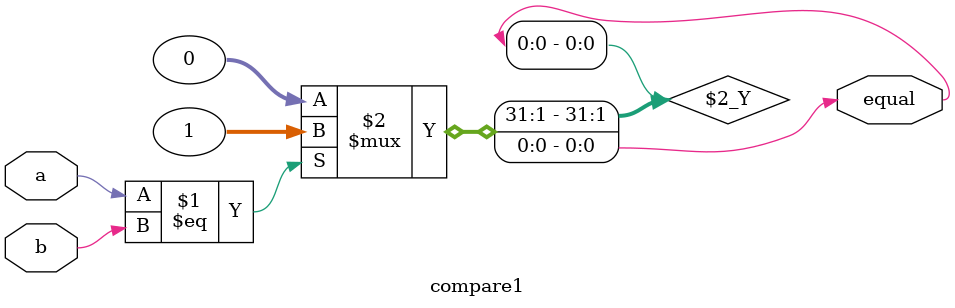
<source format=v>
module compare1(
    input a, b,
    output equal
);
    assign equal = (a==b)?1:0;
endmodule

</source>
